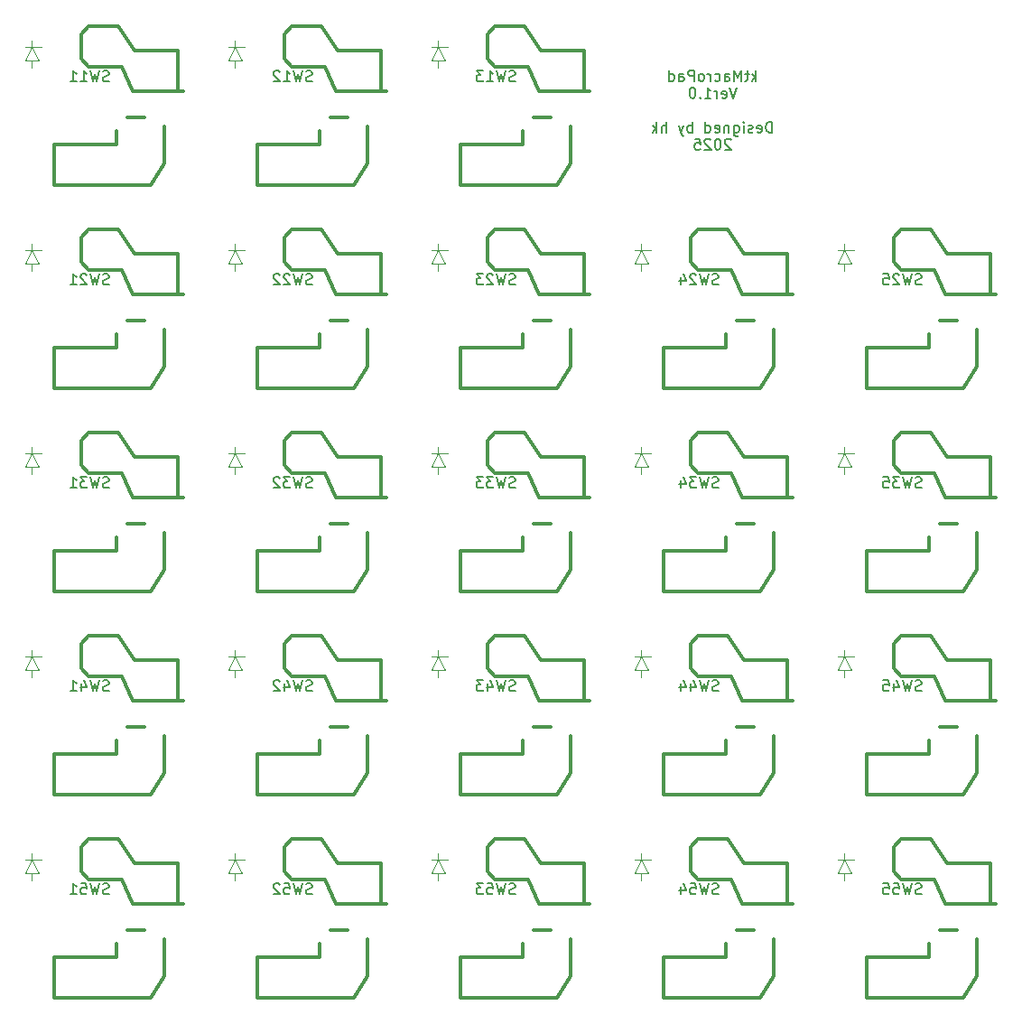
<source format=gbo>
%TF.GenerationSoftware,KiCad,Pcbnew,(6.0.11-0)*%
%TF.CreationDate,2025-02-06T17:03:14+09:00*%
%TF.ProjectId,ktMacroPad,6b744d61-6372-46f5-9061-642e6b696361,rev?*%
%TF.SameCoordinates,Original*%
%TF.FileFunction,Legend,Bot*%
%TF.FilePolarity,Positive*%
%FSLAX46Y46*%
G04 Gerber Fmt 4.6, Leading zero omitted, Abs format (unit mm)*
G04 Created by KiCad (PCBNEW (6.0.11-0)) date 2025-02-06 17:03:14*
%MOMM*%
%LPD*%
G01*
G04 APERTURE LIST*
%ADD10C,0.150000*%
%ADD11C,0.120000*%
%ADD12C,0.360000*%
G04 APERTURE END LIST*
D10*
X70746428Y-6757380D02*
X70746428Y-5757380D01*
X70651190Y-6376428D02*
X70365476Y-6757380D01*
X70365476Y-6090714D02*
X70746428Y-6471666D01*
X70079761Y-6090714D02*
X69698809Y-6090714D01*
X69936904Y-5757380D02*
X69936904Y-6614523D01*
X69889285Y-6709761D01*
X69794047Y-6757380D01*
X69698809Y-6757380D01*
X69365476Y-6757380D02*
X69365476Y-5757380D01*
X69032142Y-6471666D01*
X68698809Y-5757380D01*
X68698809Y-6757380D01*
X67794047Y-6757380D02*
X67794047Y-6233571D01*
X67841666Y-6138333D01*
X67936904Y-6090714D01*
X68127380Y-6090714D01*
X68222619Y-6138333D01*
X67794047Y-6709761D02*
X67889285Y-6757380D01*
X68127380Y-6757380D01*
X68222619Y-6709761D01*
X68270238Y-6614523D01*
X68270238Y-6519285D01*
X68222619Y-6424047D01*
X68127380Y-6376428D01*
X67889285Y-6376428D01*
X67794047Y-6328809D01*
X66889285Y-6709761D02*
X66984523Y-6757380D01*
X67175000Y-6757380D01*
X67270238Y-6709761D01*
X67317857Y-6662142D01*
X67365476Y-6566904D01*
X67365476Y-6281190D01*
X67317857Y-6185952D01*
X67270238Y-6138333D01*
X67175000Y-6090714D01*
X66984523Y-6090714D01*
X66889285Y-6138333D01*
X66460714Y-6757380D02*
X66460714Y-6090714D01*
X66460714Y-6281190D02*
X66413095Y-6185952D01*
X66365476Y-6138333D01*
X66270238Y-6090714D01*
X66175000Y-6090714D01*
X65698809Y-6757380D02*
X65794047Y-6709761D01*
X65841666Y-6662142D01*
X65889285Y-6566904D01*
X65889285Y-6281190D01*
X65841666Y-6185952D01*
X65794047Y-6138333D01*
X65698809Y-6090714D01*
X65555952Y-6090714D01*
X65460714Y-6138333D01*
X65413095Y-6185952D01*
X65365476Y-6281190D01*
X65365476Y-6566904D01*
X65413095Y-6662142D01*
X65460714Y-6709761D01*
X65555952Y-6757380D01*
X65698809Y-6757380D01*
X64936904Y-6757380D02*
X64936904Y-5757380D01*
X64555952Y-5757380D01*
X64460714Y-5805000D01*
X64413095Y-5852619D01*
X64365476Y-5947857D01*
X64365476Y-6090714D01*
X64413095Y-6185952D01*
X64460714Y-6233571D01*
X64555952Y-6281190D01*
X64936904Y-6281190D01*
X63508333Y-6757380D02*
X63508333Y-6233571D01*
X63555952Y-6138333D01*
X63651190Y-6090714D01*
X63841666Y-6090714D01*
X63936904Y-6138333D01*
X63508333Y-6709761D02*
X63603571Y-6757380D01*
X63841666Y-6757380D01*
X63936904Y-6709761D01*
X63984523Y-6614523D01*
X63984523Y-6519285D01*
X63936904Y-6424047D01*
X63841666Y-6376428D01*
X63603571Y-6376428D01*
X63508333Y-6328809D01*
X62603571Y-6757380D02*
X62603571Y-5757380D01*
X62603571Y-6709761D02*
X62698809Y-6757380D01*
X62889285Y-6757380D01*
X62984523Y-6709761D01*
X63032142Y-6662142D01*
X63079761Y-6566904D01*
X63079761Y-6281190D01*
X63032142Y-6185952D01*
X62984523Y-6138333D01*
X62889285Y-6090714D01*
X62698809Y-6090714D01*
X62603571Y-6138333D01*
X68936904Y-7367380D02*
X68603571Y-8367380D01*
X68270238Y-7367380D01*
X67555952Y-8319761D02*
X67651190Y-8367380D01*
X67841666Y-8367380D01*
X67936904Y-8319761D01*
X67984523Y-8224523D01*
X67984523Y-7843571D01*
X67936904Y-7748333D01*
X67841666Y-7700714D01*
X67651190Y-7700714D01*
X67555952Y-7748333D01*
X67508333Y-7843571D01*
X67508333Y-7938809D01*
X67984523Y-8034047D01*
X67079761Y-8367380D02*
X67079761Y-7700714D01*
X67079761Y-7891190D02*
X67032142Y-7795952D01*
X66984523Y-7748333D01*
X66889285Y-7700714D01*
X66794047Y-7700714D01*
X65936904Y-8367380D02*
X66508333Y-8367380D01*
X66222619Y-8367380D02*
X66222619Y-7367380D01*
X66317857Y-7510238D01*
X66413095Y-7605476D01*
X66508333Y-7653095D01*
X65508333Y-8272142D02*
X65460714Y-8319761D01*
X65508333Y-8367380D01*
X65555952Y-8319761D01*
X65508333Y-8272142D01*
X65508333Y-8367380D01*
X64841666Y-7367380D02*
X64746428Y-7367380D01*
X64651190Y-7415000D01*
X64603571Y-7462619D01*
X64555952Y-7557857D01*
X64508333Y-7748333D01*
X64508333Y-7986428D01*
X64555952Y-8176904D01*
X64603571Y-8272142D01*
X64651190Y-8319761D01*
X64746428Y-8367380D01*
X64841666Y-8367380D01*
X64936904Y-8319761D01*
X64984523Y-8272142D01*
X65032142Y-8176904D01*
X65079761Y-7986428D01*
X65079761Y-7748333D01*
X65032142Y-7557857D01*
X64984523Y-7462619D01*
X64936904Y-7415000D01*
X64841666Y-7367380D01*
X72246428Y-11587380D02*
X72246428Y-10587380D01*
X72008333Y-10587380D01*
X71865476Y-10635000D01*
X71770238Y-10730238D01*
X71722619Y-10825476D01*
X71675000Y-11015952D01*
X71675000Y-11158809D01*
X71722619Y-11349285D01*
X71770238Y-11444523D01*
X71865476Y-11539761D01*
X72008333Y-11587380D01*
X72246428Y-11587380D01*
X70865476Y-11539761D02*
X70960714Y-11587380D01*
X71151190Y-11587380D01*
X71246428Y-11539761D01*
X71294047Y-11444523D01*
X71294047Y-11063571D01*
X71246428Y-10968333D01*
X71151190Y-10920714D01*
X70960714Y-10920714D01*
X70865476Y-10968333D01*
X70817857Y-11063571D01*
X70817857Y-11158809D01*
X71294047Y-11254047D01*
X70436904Y-11539761D02*
X70341666Y-11587380D01*
X70151190Y-11587380D01*
X70055952Y-11539761D01*
X70008333Y-11444523D01*
X70008333Y-11396904D01*
X70055952Y-11301666D01*
X70151190Y-11254047D01*
X70294047Y-11254047D01*
X70389285Y-11206428D01*
X70436904Y-11111190D01*
X70436904Y-11063571D01*
X70389285Y-10968333D01*
X70294047Y-10920714D01*
X70151190Y-10920714D01*
X70055952Y-10968333D01*
X69579761Y-11587380D02*
X69579761Y-10920714D01*
X69579761Y-10587380D02*
X69627380Y-10635000D01*
X69579761Y-10682619D01*
X69532142Y-10635000D01*
X69579761Y-10587380D01*
X69579761Y-10682619D01*
X68675000Y-10920714D02*
X68675000Y-11730238D01*
X68722619Y-11825476D01*
X68770238Y-11873095D01*
X68865476Y-11920714D01*
X69008333Y-11920714D01*
X69103571Y-11873095D01*
X68675000Y-11539761D02*
X68770238Y-11587380D01*
X68960714Y-11587380D01*
X69055952Y-11539761D01*
X69103571Y-11492142D01*
X69151190Y-11396904D01*
X69151190Y-11111190D01*
X69103571Y-11015952D01*
X69055952Y-10968333D01*
X68960714Y-10920714D01*
X68770238Y-10920714D01*
X68675000Y-10968333D01*
X68198809Y-10920714D02*
X68198809Y-11587380D01*
X68198809Y-11015952D02*
X68151190Y-10968333D01*
X68055952Y-10920714D01*
X67913095Y-10920714D01*
X67817857Y-10968333D01*
X67770238Y-11063571D01*
X67770238Y-11587380D01*
X66913095Y-11539761D02*
X67008333Y-11587380D01*
X67198809Y-11587380D01*
X67294047Y-11539761D01*
X67341666Y-11444523D01*
X67341666Y-11063571D01*
X67294047Y-10968333D01*
X67198809Y-10920714D01*
X67008333Y-10920714D01*
X66913095Y-10968333D01*
X66865476Y-11063571D01*
X66865476Y-11158809D01*
X67341666Y-11254047D01*
X66008333Y-11587380D02*
X66008333Y-10587380D01*
X66008333Y-11539761D02*
X66103571Y-11587380D01*
X66294047Y-11587380D01*
X66389285Y-11539761D01*
X66436904Y-11492142D01*
X66484523Y-11396904D01*
X66484523Y-11111190D01*
X66436904Y-11015952D01*
X66389285Y-10968333D01*
X66294047Y-10920714D01*
X66103571Y-10920714D01*
X66008333Y-10968333D01*
X64770238Y-11587380D02*
X64770238Y-10587380D01*
X64770238Y-10968333D02*
X64675000Y-10920714D01*
X64484523Y-10920714D01*
X64389285Y-10968333D01*
X64341666Y-11015952D01*
X64294047Y-11111190D01*
X64294047Y-11396904D01*
X64341666Y-11492142D01*
X64389285Y-11539761D01*
X64484523Y-11587380D01*
X64675000Y-11587380D01*
X64770238Y-11539761D01*
X63960714Y-10920714D02*
X63722619Y-11587380D01*
X63484523Y-10920714D02*
X63722619Y-11587380D01*
X63817857Y-11825476D01*
X63865476Y-11873095D01*
X63960714Y-11920714D01*
X62341666Y-11587380D02*
X62341666Y-10587380D01*
X61913095Y-11587380D02*
X61913095Y-11063571D01*
X61960714Y-10968333D01*
X62055952Y-10920714D01*
X62198809Y-10920714D01*
X62294047Y-10968333D01*
X62341666Y-11015952D01*
X61436904Y-11587380D02*
X61436904Y-10587380D01*
X61341666Y-11206428D02*
X61055952Y-11587380D01*
X61055952Y-10920714D02*
X61436904Y-11301666D01*
X68389285Y-12292619D02*
X68341666Y-12245000D01*
X68246428Y-12197380D01*
X68008333Y-12197380D01*
X67913095Y-12245000D01*
X67865476Y-12292619D01*
X67817857Y-12387857D01*
X67817857Y-12483095D01*
X67865476Y-12625952D01*
X68436904Y-13197380D01*
X67817857Y-13197380D01*
X67198809Y-12197380D02*
X67103571Y-12197380D01*
X67008333Y-12245000D01*
X66960714Y-12292619D01*
X66913095Y-12387857D01*
X66865476Y-12578333D01*
X66865476Y-12816428D01*
X66913095Y-13006904D01*
X66960714Y-13102142D01*
X67008333Y-13149761D01*
X67103571Y-13197380D01*
X67198809Y-13197380D01*
X67294047Y-13149761D01*
X67341666Y-13102142D01*
X67389285Y-13006904D01*
X67436904Y-12816428D01*
X67436904Y-12578333D01*
X67389285Y-12387857D01*
X67341666Y-12292619D01*
X67294047Y-12245000D01*
X67198809Y-12197380D01*
X66484523Y-12292619D02*
X66436904Y-12245000D01*
X66341666Y-12197380D01*
X66103571Y-12197380D01*
X66008333Y-12245000D01*
X65960714Y-12292619D01*
X65913095Y-12387857D01*
X65913095Y-12483095D01*
X65960714Y-12625952D01*
X66532142Y-13197380D01*
X65913095Y-13197380D01*
X65008333Y-12197380D02*
X65484523Y-12197380D01*
X65532142Y-12673571D01*
X65484523Y-12625952D01*
X65389285Y-12578333D01*
X65151190Y-12578333D01*
X65055952Y-12625952D01*
X65008333Y-12673571D01*
X64960714Y-12768809D01*
X64960714Y-13006904D01*
X65008333Y-13102142D01*
X65055952Y-13149761D01*
X65151190Y-13197380D01*
X65389285Y-13197380D01*
X65484523Y-13149761D01*
X65532142Y-13102142D01*
%TO.C,SW25*%
X86264523Y-25804761D02*
X86121666Y-25852380D01*
X85883571Y-25852380D01*
X85788333Y-25804761D01*
X85740714Y-25757142D01*
X85693095Y-25661904D01*
X85693095Y-25566666D01*
X85740714Y-25471428D01*
X85788333Y-25423809D01*
X85883571Y-25376190D01*
X86074047Y-25328571D01*
X86169285Y-25280952D01*
X86216904Y-25233333D01*
X86264523Y-25138095D01*
X86264523Y-25042857D01*
X86216904Y-24947619D01*
X86169285Y-24900000D01*
X86074047Y-24852380D01*
X85835952Y-24852380D01*
X85693095Y-24900000D01*
X85359761Y-24852380D02*
X85121666Y-25852380D01*
X84931190Y-25138095D01*
X84740714Y-25852380D01*
X84502619Y-24852380D01*
X84169285Y-24947619D02*
X84121666Y-24900000D01*
X84026428Y-24852380D01*
X83788333Y-24852380D01*
X83693095Y-24900000D01*
X83645476Y-24947619D01*
X83597857Y-25042857D01*
X83597857Y-25138095D01*
X83645476Y-25280952D01*
X84216904Y-25852380D01*
X83597857Y-25852380D01*
X82693095Y-24852380D02*
X83169285Y-24852380D01*
X83216904Y-25328571D01*
X83169285Y-25280952D01*
X83074047Y-25233333D01*
X82835952Y-25233333D01*
X82740714Y-25280952D01*
X82693095Y-25328571D01*
X82645476Y-25423809D01*
X82645476Y-25661904D01*
X82693095Y-25757142D01*
X82740714Y-25804761D01*
X82835952Y-25852380D01*
X83074047Y-25852380D01*
X83169285Y-25804761D01*
X83216904Y-25757142D01*
%TO.C,SW23*%
X48164523Y-25804761D02*
X48021666Y-25852380D01*
X47783571Y-25852380D01*
X47688333Y-25804761D01*
X47640714Y-25757142D01*
X47593095Y-25661904D01*
X47593095Y-25566666D01*
X47640714Y-25471428D01*
X47688333Y-25423809D01*
X47783571Y-25376190D01*
X47974047Y-25328571D01*
X48069285Y-25280952D01*
X48116904Y-25233333D01*
X48164523Y-25138095D01*
X48164523Y-25042857D01*
X48116904Y-24947619D01*
X48069285Y-24900000D01*
X47974047Y-24852380D01*
X47735952Y-24852380D01*
X47593095Y-24900000D01*
X47259761Y-24852380D02*
X47021666Y-25852380D01*
X46831190Y-25138095D01*
X46640714Y-25852380D01*
X46402619Y-24852380D01*
X46069285Y-24947619D02*
X46021666Y-24900000D01*
X45926428Y-24852380D01*
X45688333Y-24852380D01*
X45593095Y-24900000D01*
X45545476Y-24947619D01*
X45497857Y-25042857D01*
X45497857Y-25138095D01*
X45545476Y-25280952D01*
X46116904Y-25852380D01*
X45497857Y-25852380D01*
X45164523Y-24852380D02*
X44545476Y-24852380D01*
X44878809Y-25233333D01*
X44735952Y-25233333D01*
X44640714Y-25280952D01*
X44593095Y-25328571D01*
X44545476Y-25423809D01*
X44545476Y-25661904D01*
X44593095Y-25757142D01*
X44640714Y-25804761D01*
X44735952Y-25852380D01*
X45021666Y-25852380D01*
X45116904Y-25804761D01*
X45164523Y-25757142D01*
%TO.C,SW31*%
X10064523Y-44854761D02*
X9921666Y-44902380D01*
X9683571Y-44902380D01*
X9588333Y-44854761D01*
X9540714Y-44807142D01*
X9493095Y-44711904D01*
X9493095Y-44616666D01*
X9540714Y-44521428D01*
X9588333Y-44473809D01*
X9683571Y-44426190D01*
X9874047Y-44378571D01*
X9969285Y-44330952D01*
X10016904Y-44283333D01*
X10064523Y-44188095D01*
X10064523Y-44092857D01*
X10016904Y-43997619D01*
X9969285Y-43950000D01*
X9874047Y-43902380D01*
X9635952Y-43902380D01*
X9493095Y-43950000D01*
X9159761Y-43902380D02*
X8921666Y-44902380D01*
X8731190Y-44188095D01*
X8540714Y-44902380D01*
X8302619Y-43902380D01*
X8016904Y-43902380D02*
X7397857Y-43902380D01*
X7731190Y-44283333D01*
X7588333Y-44283333D01*
X7493095Y-44330952D01*
X7445476Y-44378571D01*
X7397857Y-44473809D01*
X7397857Y-44711904D01*
X7445476Y-44807142D01*
X7493095Y-44854761D01*
X7588333Y-44902380D01*
X7874047Y-44902380D01*
X7969285Y-44854761D01*
X8016904Y-44807142D01*
X6445476Y-44902380D02*
X7016904Y-44902380D01*
X6731190Y-44902380D02*
X6731190Y-43902380D01*
X6826428Y-44045238D01*
X6921666Y-44140476D01*
X7016904Y-44188095D01*
%TO.C,SW41*%
X10064523Y-63904761D02*
X9921666Y-63952380D01*
X9683571Y-63952380D01*
X9588333Y-63904761D01*
X9540714Y-63857142D01*
X9493095Y-63761904D01*
X9493095Y-63666666D01*
X9540714Y-63571428D01*
X9588333Y-63523809D01*
X9683571Y-63476190D01*
X9874047Y-63428571D01*
X9969285Y-63380952D01*
X10016904Y-63333333D01*
X10064523Y-63238095D01*
X10064523Y-63142857D01*
X10016904Y-63047619D01*
X9969285Y-63000000D01*
X9874047Y-62952380D01*
X9635952Y-62952380D01*
X9493095Y-63000000D01*
X9159761Y-62952380D02*
X8921666Y-63952380D01*
X8731190Y-63238095D01*
X8540714Y-63952380D01*
X8302619Y-62952380D01*
X7493095Y-63285714D02*
X7493095Y-63952380D01*
X7731190Y-62904761D02*
X7969285Y-63619047D01*
X7350238Y-63619047D01*
X6445476Y-63952380D02*
X7016904Y-63952380D01*
X6731190Y-63952380D02*
X6731190Y-62952380D01*
X6826428Y-63095238D01*
X6921666Y-63190476D01*
X7016904Y-63238095D01*
%TO.C,SW51*%
X10064523Y-82954761D02*
X9921666Y-83002380D01*
X9683571Y-83002380D01*
X9588333Y-82954761D01*
X9540714Y-82907142D01*
X9493095Y-82811904D01*
X9493095Y-82716666D01*
X9540714Y-82621428D01*
X9588333Y-82573809D01*
X9683571Y-82526190D01*
X9874047Y-82478571D01*
X9969285Y-82430952D01*
X10016904Y-82383333D01*
X10064523Y-82288095D01*
X10064523Y-82192857D01*
X10016904Y-82097619D01*
X9969285Y-82050000D01*
X9874047Y-82002380D01*
X9635952Y-82002380D01*
X9493095Y-82050000D01*
X9159761Y-82002380D02*
X8921666Y-83002380D01*
X8731190Y-82288095D01*
X8540714Y-83002380D01*
X8302619Y-82002380D01*
X7445476Y-82002380D02*
X7921666Y-82002380D01*
X7969285Y-82478571D01*
X7921666Y-82430952D01*
X7826428Y-82383333D01*
X7588333Y-82383333D01*
X7493095Y-82430952D01*
X7445476Y-82478571D01*
X7397857Y-82573809D01*
X7397857Y-82811904D01*
X7445476Y-82907142D01*
X7493095Y-82954761D01*
X7588333Y-83002380D01*
X7826428Y-83002380D01*
X7921666Y-82954761D01*
X7969285Y-82907142D01*
X6445476Y-83002380D02*
X7016904Y-83002380D01*
X6731190Y-83002380D02*
X6731190Y-82002380D01*
X6826428Y-82145238D01*
X6921666Y-82240476D01*
X7016904Y-82288095D01*
%TO.C,SW11*%
X10064523Y-6754761D02*
X9921666Y-6802380D01*
X9683571Y-6802380D01*
X9588333Y-6754761D01*
X9540714Y-6707142D01*
X9493095Y-6611904D01*
X9493095Y-6516666D01*
X9540714Y-6421428D01*
X9588333Y-6373809D01*
X9683571Y-6326190D01*
X9874047Y-6278571D01*
X9969285Y-6230952D01*
X10016904Y-6183333D01*
X10064523Y-6088095D01*
X10064523Y-5992857D01*
X10016904Y-5897619D01*
X9969285Y-5850000D01*
X9874047Y-5802380D01*
X9635952Y-5802380D01*
X9493095Y-5850000D01*
X9159761Y-5802380D02*
X8921666Y-6802380D01*
X8731190Y-6088095D01*
X8540714Y-6802380D01*
X8302619Y-5802380D01*
X7397857Y-6802380D02*
X7969285Y-6802380D01*
X7683571Y-6802380D02*
X7683571Y-5802380D01*
X7778809Y-5945238D01*
X7874047Y-6040476D01*
X7969285Y-6088095D01*
X6445476Y-6802380D02*
X7016904Y-6802380D01*
X6731190Y-6802380D02*
X6731190Y-5802380D01*
X6826428Y-5945238D01*
X6921666Y-6040476D01*
X7016904Y-6088095D01*
%TO.C,SW54*%
X67214523Y-82954761D02*
X67071666Y-83002380D01*
X66833571Y-83002380D01*
X66738333Y-82954761D01*
X66690714Y-82907142D01*
X66643095Y-82811904D01*
X66643095Y-82716666D01*
X66690714Y-82621428D01*
X66738333Y-82573809D01*
X66833571Y-82526190D01*
X67024047Y-82478571D01*
X67119285Y-82430952D01*
X67166904Y-82383333D01*
X67214523Y-82288095D01*
X67214523Y-82192857D01*
X67166904Y-82097619D01*
X67119285Y-82050000D01*
X67024047Y-82002380D01*
X66785952Y-82002380D01*
X66643095Y-82050000D01*
X66309761Y-82002380D02*
X66071666Y-83002380D01*
X65881190Y-82288095D01*
X65690714Y-83002380D01*
X65452619Y-82002380D01*
X64595476Y-82002380D02*
X65071666Y-82002380D01*
X65119285Y-82478571D01*
X65071666Y-82430952D01*
X64976428Y-82383333D01*
X64738333Y-82383333D01*
X64643095Y-82430952D01*
X64595476Y-82478571D01*
X64547857Y-82573809D01*
X64547857Y-82811904D01*
X64595476Y-82907142D01*
X64643095Y-82954761D01*
X64738333Y-83002380D01*
X64976428Y-83002380D01*
X65071666Y-82954761D01*
X65119285Y-82907142D01*
X63690714Y-82335714D02*
X63690714Y-83002380D01*
X63928809Y-81954761D02*
X64166904Y-82669047D01*
X63547857Y-82669047D01*
%TO.C,SW53*%
X48164523Y-82954761D02*
X48021666Y-83002380D01*
X47783571Y-83002380D01*
X47688333Y-82954761D01*
X47640714Y-82907142D01*
X47593095Y-82811904D01*
X47593095Y-82716666D01*
X47640714Y-82621428D01*
X47688333Y-82573809D01*
X47783571Y-82526190D01*
X47974047Y-82478571D01*
X48069285Y-82430952D01*
X48116904Y-82383333D01*
X48164523Y-82288095D01*
X48164523Y-82192857D01*
X48116904Y-82097619D01*
X48069285Y-82050000D01*
X47974047Y-82002380D01*
X47735952Y-82002380D01*
X47593095Y-82050000D01*
X47259761Y-82002380D02*
X47021666Y-83002380D01*
X46831190Y-82288095D01*
X46640714Y-83002380D01*
X46402619Y-82002380D01*
X45545476Y-82002380D02*
X46021666Y-82002380D01*
X46069285Y-82478571D01*
X46021666Y-82430952D01*
X45926428Y-82383333D01*
X45688333Y-82383333D01*
X45593095Y-82430952D01*
X45545476Y-82478571D01*
X45497857Y-82573809D01*
X45497857Y-82811904D01*
X45545476Y-82907142D01*
X45593095Y-82954761D01*
X45688333Y-83002380D01*
X45926428Y-83002380D01*
X46021666Y-82954761D01*
X46069285Y-82907142D01*
X45164523Y-82002380D02*
X44545476Y-82002380D01*
X44878809Y-82383333D01*
X44735952Y-82383333D01*
X44640714Y-82430952D01*
X44593095Y-82478571D01*
X44545476Y-82573809D01*
X44545476Y-82811904D01*
X44593095Y-82907142D01*
X44640714Y-82954761D01*
X44735952Y-83002380D01*
X45021666Y-83002380D01*
X45116904Y-82954761D01*
X45164523Y-82907142D01*
%TO.C,SW35*%
X86264523Y-44854761D02*
X86121666Y-44902380D01*
X85883571Y-44902380D01*
X85788333Y-44854761D01*
X85740714Y-44807142D01*
X85693095Y-44711904D01*
X85693095Y-44616666D01*
X85740714Y-44521428D01*
X85788333Y-44473809D01*
X85883571Y-44426190D01*
X86074047Y-44378571D01*
X86169285Y-44330952D01*
X86216904Y-44283333D01*
X86264523Y-44188095D01*
X86264523Y-44092857D01*
X86216904Y-43997619D01*
X86169285Y-43950000D01*
X86074047Y-43902380D01*
X85835952Y-43902380D01*
X85693095Y-43950000D01*
X85359761Y-43902380D02*
X85121666Y-44902380D01*
X84931190Y-44188095D01*
X84740714Y-44902380D01*
X84502619Y-43902380D01*
X84216904Y-43902380D02*
X83597857Y-43902380D01*
X83931190Y-44283333D01*
X83788333Y-44283333D01*
X83693095Y-44330952D01*
X83645476Y-44378571D01*
X83597857Y-44473809D01*
X83597857Y-44711904D01*
X83645476Y-44807142D01*
X83693095Y-44854761D01*
X83788333Y-44902380D01*
X84074047Y-44902380D01*
X84169285Y-44854761D01*
X84216904Y-44807142D01*
X82693095Y-43902380D02*
X83169285Y-43902380D01*
X83216904Y-44378571D01*
X83169285Y-44330952D01*
X83074047Y-44283333D01*
X82835952Y-44283333D01*
X82740714Y-44330952D01*
X82693095Y-44378571D01*
X82645476Y-44473809D01*
X82645476Y-44711904D01*
X82693095Y-44807142D01*
X82740714Y-44854761D01*
X82835952Y-44902380D01*
X83074047Y-44902380D01*
X83169285Y-44854761D01*
X83216904Y-44807142D01*
%TO.C,SW12*%
X29114523Y-6754761D02*
X28971666Y-6802380D01*
X28733571Y-6802380D01*
X28638333Y-6754761D01*
X28590714Y-6707142D01*
X28543095Y-6611904D01*
X28543095Y-6516666D01*
X28590714Y-6421428D01*
X28638333Y-6373809D01*
X28733571Y-6326190D01*
X28924047Y-6278571D01*
X29019285Y-6230952D01*
X29066904Y-6183333D01*
X29114523Y-6088095D01*
X29114523Y-5992857D01*
X29066904Y-5897619D01*
X29019285Y-5850000D01*
X28924047Y-5802380D01*
X28685952Y-5802380D01*
X28543095Y-5850000D01*
X28209761Y-5802380D02*
X27971666Y-6802380D01*
X27781190Y-6088095D01*
X27590714Y-6802380D01*
X27352619Y-5802380D01*
X26447857Y-6802380D02*
X27019285Y-6802380D01*
X26733571Y-6802380D02*
X26733571Y-5802380D01*
X26828809Y-5945238D01*
X26924047Y-6040476D01*
X27019285Y-6088095D01*
X26066904Y-5897619D02*
X26019285Y-5850000D01*
X25924047Y-5802380D01*
X25685952Y-5802380D01*
X25590714Y-5850000D01*
X25543095Y-5897619D01*
X25495476Y-5992857D01*
X25495476Y-6088095D01*
X25543095Y-6230952D01*
X26114523Y-6802380D01*
X25495476Y-6802380D01*
%TO.C,SW21*%
X10064523Y-25804761D02*
X9921666Y-25852380D01*
X9683571Y-25852380D01*
X9588333Y-25804761D01*
X9540714Y-25757142D01*
X9493095Y-25661904D01*
X9493095Y-25566666D01*
X9540714Y-25471428D01*
X9588333Y-25423809D01*
X9683571Y-25376190D01*
X9874047Y-25328571D01*
X9969285Y-25280952D01*
X10016904Y-25233333D01*
X10064523Y-25138095D01*
X10064523Y-25042857D01*
X10016904Y-24947619D01*
X9969285Y-24900000D01*
X9874047Y-24852380D01*
X9635952Y-24852380D01*
X9493095Y-24900000D01*
X9159761Y-24852380D02*
X8921666Y-25852380D01*
X8731190Y-25138095D01*
X8540714Y-25852380D01*
X8302619Y-24852380D01*
X7969285Y-24947619D02*
X7921666Y-24900000D01*
X7826428Y-24852380D01*
X7588333Y-24852380D01*
X7493095Y-24900000D01*
X7445476Y-24947619D01*
X7397857Y-25042857D01*
X7397857Y-25138095D01*
X7445476Y-25280952D01*
X8016904Y-25852380D01*
X7397857Y-25852380D01*
X6445476Y-25852380D02*
X7016904Y-25852380D01*
X6731190Y-25852380D02*
X6731190Y-24852380D01*
X6826428Y-24995238D01*
X6921666Y-25090476D01*
X7016904Y-25138095D01*
%TO.C,SW42*%
X29114523Y-63904761D02*
X28971666Y-63952380D01*
X28733571Y-63952380D01*
X28638333Y-63904761D01*
X28590714Y-63857142D01*
X28543095Y-63761904D01*
X28543095Y-63666666D01*
X28590714Y-63571428D01*
X28638333Y-63523809D01*
X28733571Y-63476190D01*
X28924047Y-63428571D01*
X29019285Y-63380952D01*
X29066904Y-63333333D01*
X29114523Y-63238095D01*
X29114523Y-63142857D01*
X29066904Y-63047619D01*
X29019285Y-63000000D01*
X28924047Y-62952380D01*
X28685952Y-62952380D01*
X28543095Y-63000000D01*
X28209761Y-62952380D02*
X27971666Y-63952380D01*
X27781190Y-63238095D01*
X27590714Y-63952380D01*
X27352619Y-62952380D01*
X26543095Y-63285714D02*
X26543095Y-63952380D01*
X26781190Y-62904761D02*
X27019285Y-63619047D01*
X26400238Y-63619047D01*
X26066904Y-63047619D02*
X26019285Y-63000000D01*
X25924047Y-62952380D01*
X25685952Y-62952380D01*
X25590714Y-63000000D01*
X25543095Y-63047619D01*
X25495476Y-63142857D01*
X25495476Y-63238095D01*
X25543095Y-63380952D01*
X26114523Y-63952380D01*
X25495476Y-63952380D01*
%TO.C,SW32*%
X29114523Y-44854761D02*
X28971666Y-44902380D01*
X28733571Y-44902380D01*
X28638333Y-44854761D01*
X28590714Y-44807142D01*
X28543095Y-44711904D01*
X28543095Y-44616666D01*
X28590714Y-44521428D01*
X28638333Y-44473809D01*
X28733571Y-44426190D01*
X28924047Y-44378571D01*
X29019285Y-44330952D01*
X29066904Y-44283333D01*
X29114523Y-44188095D01*
X29114523Y-44092857D01*
X29066904Y-43997619D01*
X29019285Y-43950000D01*
X28924047Y-43902380D01*
X28685952Y-43902380D01*
X28543095Y-43950000D01*
X28209761Y-43902380D02*
X27971666Y-44902380D01*
X27781190Y-44188095D01*
X27590714Y-44902380D01*
X27352619Y-43902380D01*
X27066904Y-43902380D02*
X26447857Y-43902380D01*
X26781190Y-44283333D01*
X26638333Y-44283333D01*
X26543095Y-44330952D01*
X26495476Y-44378571D01*
X26447857Y-44473809D01*
X26447857Y-44711904D01*
X26495476Y-44807142D01*
X26543095Y-44854761D01*
X26638333Y-44902380D01*
X26924047Y-44902380D01*
X27019285Y-44854761D01*
X27066904Y-44807142D01*
X26066904Y-43997619D02*
X26019285Y-43950000D01*
X25924047Y-43902380D01*
X25685952Y-43902380D01*
X25590714Y-43950000D01*
X25543095Y-43997619D01*
X25495476Y-44092857D01*
X25495476Y-44188095D01*
X25543095Y-44330952D01*
X26114523Y-44902380D01*
X25495476Y-44902380D01*
%TO.C,SW13*%
X48164523Y-6754761D02*
X48021666Y-6802380D01*
X47783571Y-6802380D01*
X47688333Y-6754761D01*
X47640714Y-6707142D01*
X47593095Y-6611904D01*
X47593095Y-6516666D01*
X47640714Y-6421428D01*
X47688333Y-6373809D01*
X47783571Y-6326190D01*
X47974047Y-6278571D01*
X48069285Y-6230952D01*
X48116904Y-6183333D01*
X48164523Y-6088095D01*
X48164523Y-5992857D01*
X48116904Y-5897619D01*
X48069285Y-5850000D01*
X47974047Y-5802380D01*
X47735952Y-5802380D01*
X47593095Y-5850000D01*
X47259761Y-5802380D02*
X47021666Y-6802380D01*
X46831190Y-6088095D01*
X46640714Y-6802380D01*
X46402619Y-5802380D01*
X45497857Y-6802380D02*
X46069285Y-6802380D01*
X45783571Y-6802380D02*
X45783571Y-5802380D01*
X45878809Y-5945238D01*
X45974047Y-6040476D01*
X46069285Y-6088095D01*
X45164523Y-5802380D02*
X44545476Y-5802380D01*
X44878809Y-6183333D01*
X44735952Y-6183333D01*
X44640714Y-6230952D01*
X44593095Y-6278571D01*
X44545476Y-6373809D01*
X44545476Y-6611904D01*
X44593095Y-6707142D01*
X44640714Y-6754761D01*
X44735952Y-6802380D01*
X45021666Y-6802380D01*
X45116904Y-6754761D01*
X45164523Y-6707142D01*
%TO.C,SW33*%
X48164523Y-44854761D02*
X48021666Y-44902380D01*
X47783571Y-44902380D01*
X47688333Y-44854761D01*
X47640714Y-44807142D01*
X47593095Y-44711904D01*
X47593095Y-44616666D01*
X47640714Y-44521428D01*
X47688333Y-44473809D01*
X47783571Y-44426190D01*
X47974047Y-44378571D01*
X48069285Y-44330952D01*
X48116904Y-44283333D01*
X48164523Y-44188095D01*
X48164523Y-44092857D01*
X48116904Y-43997619D01*
X48069285Y-43950000D01*
X47974047Y-43902380D01*
X47735952Y-43902380D01*
X47593095Y-43950000D01*
X47259761Y-43902380D02*
X47021666Y-44902380D01*
X46831190Y-44188095D01*
X46640714Y-44902380D01*
X46402619Y-43902380D01*
X46116904Y-43902380D02*
X45497857Y-43902380D01*
X45831190Y-44283333D01*
X45688333Y-44283333D01*
X45593095Y-44330952D01*
X45545476Y-44378571D01*
X45497857Y-44473809D01*
X45497857Y-44711904D01*
X45545476Y-44807142D01*
X45593095Y-44854761D01*
X45688333Y-44902380D01*
X45974047Y-44902380D01*
X46069285Y-44854761D01*
X46116904Y-44807142D01*
X45164523Y-43902380D02*
X44545476Y-43902380D01*
X44878809Y-44283333D01*
X44735952Y-44283333D01*
X44640714Y-44330952D01*
X44593095Y-44378571D01*
X44545476Y-44473809D01*
X44545476Y-44711904D01*
X44593095Y-44807142D01*
X44640714Y-44854761D01*
X44735952Y-44902380D01*
X45021666Y-44902380D01*
X45116904Y-44854761D01*
X45164523Y-44807142D01*
%TO.C,SW24*%
X67214523Y-25804761D02*
X67071666Y-25852380D01*
X66833571Y-25852380D01*
X66738333Y-25804761D01*
X66690714Y-25757142D01*
X66643095Y-25661904D01*
X66643095Y-25566666D01*
X66690714Y-25471428D01*
X66738333Y-25423809D01*
X66833571Y-25376190D01*
X67024047Y-25328571D01*
X67119285Y-25280952D01*
X67166904Y-25233333D01*
X67214523Y-25138095D01*
X67214523Y-25042857D01*
X67166904Y-24947619D01*
X67119285Y-24900000D01*
X67024047Y-24852380D01*
X66785952Y-24852380D01*
X66643095Y-24900000D01*
X66309761Y-24852380D02*
X66071666Y-25852380D01*
X65881190Y-25138095D01*
X65690714Y-25852380D01*
X65452619Y-24852380D01*
X65119285Y-24947619D02*
X65071666Y-24900000D01*
X64976428Y-24852380D01*
X64738333Y-24852380D01*
X64643095Y-24900000D01*
X64595476Y-24947619D01*
X64547857Y-25042857D01*
X64547857Y-25138095D01*
X64595476Y-25280952D01*
X65166904Y-25852380D01*
X64547857Y-25852380D01*
X63690714Y-25185714D02*
X63690714Y-25852380D01*
X63928809Y-24804761D02*
X64166904Y-25519047D01*
X63547857Y-25519047D01*
%TO.C,SW55*%
X86264523Y-82954761D02*
X86121666Y-83002380D01*
X85883571Y-83002380D01*
X85788333Y-82954761D01*
X85740714Y-82907142D01*
X85693095Y-82811904D01*
X85693095Y-82716666D01*
X85740714Y-82621428D01*
X85788333Y-82573809D01*
X85883571Y-82526190D01*
X86074047Y-82478571D01*
X86169285Y-82430952D01*
X86216904Y-82383333D01*
X86264523Y-82288095D01*
X86264523Y-82192857D01*
X86216904Y-82097619D01*
X86169285Y-82050000D01*
X86074047Y-82002380D01*
X85835952Y-82002380D01*
X85693095Y-82050000D01*
X85359761Y-82002380D02*
X85121666Y-83002380D01*
X84931190Y-82288095D01*
X84740714Y-83002380D01*
X84502619Y-82002380D01*
X83645476Y-82002380D02*
X84121666Y-82002380D01*
X84169285Y-82478571D01*
X84121666Y-82430952D01*
X84026428Y-82383333D01*
X83788333Y-82383333D01*
X83693095Y-82430952D01*
X83645476Y-82478571D01*
X83597857Y-82573809D01*
X83597857Y-82811904D01*
X83645476Y-82907142D01*
X83693095Y-82954761D01*
X83788333Y-83002380D01*
X84026428Y-83002380D01*
X84121666Y-82954761D01*
X84169285Y-82907142D01*
X82693095Y-82002380D02*
X83169285Y-82002380D01*
X83216904Y-82478571D01*
X83169285Y-82430952D01*
X83074047Y-82383333D01*
X82835952Y-82383333D01*
X82740714Y-82430952D01*
X82693095Y-82478571D01*
X82645476Y-82573809D01*
X82645476Y-82811904D01*
X82693095Y-82907142D01*
X82740714Y-82954761D01*
X82835952Y-83002380D01*
X83074047Y-83002380D01*
X83169285Y-82954761D01*
X83216904Y-82907142D01*
%TO.C,SW22*%
X29114523Y-25804761D02*
X28971666Y-25852380D01*
X28733571Y-25852380D01*
X28638333Y-25804761D01*
X28590714Y-25757142D01*
X28543095Y-25661904D01*
X28543095Y-25566666D01*
X28590714Y-25471428D01*
X28638333Y-25423809D01*
X28733571Y-25376190D01*
X28924047Y-25328571D01*
X29019285Y-25280952D01*
X29066904Y-25233333D01*
X29114523Y-25138095D01*
X29114523Y-25042857D01*
X29066904Y-24947619D01*
X29019285Y-24900000D01*
X28924047Y-24852380D01*
X28685952Y-24852380D01*
X28543095Y-24900000D01*
X28209761Y-24852380D02*
X27971666Y-25852380D01*
X27781190Y-25138095D01*
X27590714Y-25852380D01*
X27352619Y-24852380D01*
X27019285Y-24947619D02*
X26971666Y-24900000D01*
X26876428Y-24852380D01*
X26638333Y-24852380D01*
X26543095Y-24900000D01*
X26495476Y-24947619D01*
X26447857Y-25042857D01*
X26447857Y-25138095D01*
X26495476Y-25280952D01*
X27066904Y-25852380D01*
X26447857Y-25852380D01*
X26066904Y-24947619D02*
X26019285Y-24900000D01*
X25924047Y-24852380D01*
X25685952Y-24852380D01*
X25590714Y-24900000D01*
X25543095Y-24947619D01*
X25495476Y-25042857D01*
X25495476Y-25138095D01*
X25543095Y-25280952D01*
X26114523Y-25852380D01*
X25495476Y-25852380D01*
%TO.C,SW44*%
X67214523Y-63904761D02*
X67071666Y-63952380D01*
X66833571Y-63952380D01*
X66738333Y-63904761D01*
X66690714Y-63857142D01*
X66643095Y-63761904D01*
X66643095Y-63666666D01*
X66690714Y-63571428D01*
X66738333Y-63523809D01*
X66833571Y-63476190D01*
X67024047Y-63428571D01*
X67119285Y-63380952D01*
X67166904Y-63333333D01*
X67214523Y-63238095D01*
X67214523Y-63142857D01*
X67166904Y-63047619D01*
X67119285Y-63000000D01*
X67024047Y-62952380D01*
X66785952Y-62952380D01*
X66643095Y-63000000D01*
X66309761Y-62952380D02*
X66071666Y-63952380D01*
X65881190Y-63238095D01*
X65690714Y-63952380D01*
X65452619Y-62952380D01*
X64643095Y-63285714D02*
X64643095Y-63952380D01*
X64881190Y-62904761D02*
X65119285Y-63619047D01*
X64500238Y-63619047D01*
X63690714Y-63285714D02*
X63690714Y-63952380D01*
X63928809Y-62904761D02*
X64166904Y-63619047D01*
X63547857Y-63619047D01*
%TO.C,SW43*%
X48164523Y-63904761D02*
X48021666Y-63952380D01*
X47783571Y-63952380D01*
X47688333Y-63904761D01*
X47640714Y-63857142D01*
X47593095Y-63761904D01*
X47593095Y-63666666D01*
X47640714Y-63571428D01*
X47688333Y-63523809D01*
X47783571Y-63476190D01*
X47974047Y-63428571D01*
X48069285Y-63380952D01*
X48116904Y-63333333D01*
X48164523Y-63238095D01*
X48164523Y-63142857D01*
X48116904Y-63047619D01*
X48069285Y-63000000D01*
X47974047Y-62952380D01*
X47735952Y-62952380D01*
X47593095Y-63000000D01*
X47259761Y-62952380D02*
X47021666Y-63952380D01*
X46831190Y-63238095D01*
X46640714Y-63952380D01*
X46402619Y-62952380D01*
X45593095Y-63285714D02*
X45593095Y-63952380D01*
X45831190Y-62904761D02*
X46069285Y-63619047D01*
X45450238Y-63619047D01*
X45164523Y-62952380D02*
X44545476Y-62952380D01*
X44878809Y-63333333D01*
X44735952Y-63333333D01*
X44640714Y-63380952D01*
X44593095Y-63428571D01*
X44545476Y-63523809D01*
X44545476Y-63761904D01*
X44593095Y-63857142D01*
X44640714Y-63904761D01*
X44735952Y-63952380D01*
X45021666Y-63952380D01*
X45116904Y-63904761D01*
X45164523Y-63857142D01*
%TO.C,SW52*%
X29114523Y-82954761D02*
X28971666Y-83002380D01*
X28733571Y-83002380D01*
X28638333Y-82954761D01*
X28590714Y-82907142D01*
X28543095Y-82811904D01*
X28543095Y-82716666D01*
X28590714Y-82621428D01*
X28638333Y-82573809D01*
X28733571Y-82526190D01*
X28924047Y-82478571D01*
X29019285Y-82430952D01*
X29066904Y-82383333D01*
X29114523Y-82288095D01*
X29114523Y-82192857D01*
X29066904Y-82097619D01*
X29019285Y-82050000D01*
X28924047Y-82002380D01*
X28685952Y-82002380D01*
X28543095Y-82050000D01*
X28209761Y-82002380D02*
X27971666Y-83002380D01*
X27781190Y-82288095D01*
X27590714Y-83002380D01*
X27352619Y-82002380D01*
X26495476Y-82002380D02*
X26971666Y-82002380D01*
X27019285Y-82478571D01*
X26971666Y-82430952D01*
X26876428Y-82383333D01*
X26638333Y-82383333D01*
X26543095Y-82430952D01*
X26495476Y-82478571D01*
X26447857Y-82573809D01*
X26447857Y-82811904D01*
X26495476Y-82907142D01*
X26543095Y-82954761D01*
X26638333Y-83002380D01*
X26876428Y-83002380D01*
X26971666Y-82954761D01*
X27019285Y-82907142D01*
X26066904Y-82097619D02*
X26019285Y-82050000D01*
X25924047Y-82002380D01*
X25685952Y-82002380D01*
X25590714Y-82050000D01*
X25543095Y-82097619D01*
X25495476Y-82192857D01*
X25495476Y-82288095D01*
X25543095Y-82430952D01*
X26114523Y-83002380D01*
X25495476Y-83002380D01*
%TO.C,SW34*%
X67214523Y-44854761D02*
X67071666Y-44902380D01*
X66833571Y-44902380D01*
X66738333Y-44854761D01*
X66690714Y-44807142D01*
X66643095Y-44711904D01*
X66643095Y-44616666D01*
X66690714Y-44521428D01*
X66738333Y-44473809D01*
X66833571Y-44426190D01*
X67024047Y-44378571D01*
X67119285Y-44330952D01*
X67166904Y-44283333D01*
X67214523Y-44188095D01*
X67214523Y-44092857D01*
X67166904Y-43997619D01*
X67119285Y-43950000D01*
X67024047Y-43902380D01*
X66785952Y-43902380D01*
X66643095Y-43950000D01*
X66309761Y-43902380D02*
X66071666Y-44902380D01*
X65881190Y-44188095D01*
X65690714Y-44902380D01*
X65452619Y-43902380D01*
X65166904Y-43902380D02*
X64547857Y-43902380D01*
X64881190Y-44283333D01*
X64738333Y-44283333D01*
X64643095Y-44330952D01*
X64595476Y-44378571D01*
X64547857Y-44473809D01*
X64547857Y-44711904D01*
X64595476Y-44807142D01*
X64643095Y-44854761D01*
X64738333Y-44902380D01*
X65024047Y-44902380D01*
X65119285Y-44854761D01*
X65166904Y-44807142D01*
X63690714Y-44235714D02*
X63690714Y-44902380D01*
X63928809Y-43854761D02*
X64166904Y-44569047D01*
X63547857Y-44569047D01*
%TO.C,SW45*%
X86264523Y-63904761D02*
X86121666Y-63952380D01*
X85883571Y-63952380D01*
X85788333Y-63904761D01*
X85740714Y-63857142D01*
X85693095Y-63761904D01*
X85693095Y-63666666D01*
X85740714Y-63571428D01*
X85788333Y-63523809D01*
X85883571Y-63476190D01*
X86074047Y-63428571D01*
X86169285Y-63380952D01*
X86216904Y-63333333D01*
X86264523Y-63238095D01*
X86264523Y-63142857D01*
X86216904Y-63047619D01*
X86169285Y-63000000D01*
X86074047Y-62952380D01*
X85835952Y-62952380D01*
X85693095Y-63000000D01*
X85359761Y-62952380D02*
X85121666Y-63952380D01*
X84931190Y-63238095D01*
X84740714Y-63952380D01*
X84502619Y-62952380D01*
X83693095Y-63285714D02*
X83693095Y-63952380D01*
X83931190Y-62904761D02*
X84169285Y-63619047D01*
X83550238Y-63619047D01*
X82693095Y-62952380D02*
X83169285Y-62952380D01*
X83216904Y-63428571D01*
X83169285Y-63380952D01*
X83074047Y-63333333D01*
X82835952Y-63333333D01*
X82740714Y-63380952D01*
X82693095Y-63428571D01*
X82645476Y-63523809D01*
X82645476Y-63761904D01*
X82693095Y-63857142D01*
X82740714Y-63904761D01*
X82835952Y-63952380D01*
X83074047Y-63952380D01*
X83169285Y-63904761D01*
X83216904Y-63857142D01*
D11*
%TO.C,D45*%
X79960000Y-60750800D02*
X78390000Y-60750800D01*
X79660000Y-62020800D02*
X79025000Y-60750800D01*
X79025000Y-62655800D02*
X79025000Y-62020800D01*
X79025000Y-60750800D02*
X78390000Y-62020800D01*
X79025000Y-60115800D02*
X79025000Y-60750800D01*
X78390000Y-62020800D02*
X79660000Y-62020800D01*
D12*
%TO.C,SW25*%
X86970000Y-31735000D02*
X86970000Y-30460000D01*
X90170000Y-35560000D02*
X81125000Y-35560000D01*
X91440000Y-33560000D02*
X90170000Y-35560000D01*
X87657000Y-21463000D02*
X87123500Y-20701000D01*
X91440000Y-30075000D02*
X91440000Y-33560000D01*
X83693000Y-23749000D02*
X83693000Y-21463000D01*
X88519000Y-26797000D02*
X87503000Y-24511000D01*
X84326500Y-24511000D02*
X87503000Y-24511000D01*
X84326500Y-24511000D02*
X83693000Y-23749000D01*
X92710000Y-22987000D02*
X88673000Y-22987000D01*
X92710000Y-26797000D02*
X92710000Y-22987000D01*
X81125000Y-31735000D02*
X86970000Y-31735000D01*
X83693000Y-21463000D02*
X84329500Y-20701000D01*
X89625000Y-29195000D02*
X87970000Y-29195000D01*
X81125000Y-35560000D02*
X81125000Y-31750000D01*
X84326500Y-20701000D02*
X87123500Y-20701000D01*
X93218000Y-26797000D02*
X88519000Y-26797000D01*
X88673000Y-22987000D02*
X87657000Y-21463000D01*
D11*
%TO.C,D22*%
X22810000Y-22650800D02*
X21240000Y-22650800D01*
X22510000Y-23920800D02*
X21875000Y-22650800D01*
X21875000Y-24555800D02*
X21875000Y-23920800D01*
X21875000Y-22650800D02*
X21240000Y-23920800D01*
X21875000Y-22015800D02*
X21875000Y-22650800D01*
X21240000Y-23920800D02*
X22510000Y-23920800D01*
%TO.C,D43*%
X41860000Y-60750800D02*
X40290000Y-60750800D01*
X41560000Y-62020800D02*
X40925000Y-60750800D01*
X40925000Y-62655800D02*
X40925000Y-62020800D01*
X40925000Y-60750800D02*
X40290000Y-62020800D01*
X40925000Y-60115800D02*
X40925000Y-60750800D01*
X40290000Y-62020800D02*
X41560000Y-62020800D01*
%TO.C,D52*%
X22810000Y-79800800D02*
X21240000Y-79800800D01*
X22510000Y-81070800D02*
X21875000Y-79800800D01*
X21875000Y-81705800D02*
X21875000Y-81070800D01*
X21875000Y-79800800D02*
X21240000Y-81070800D01*
X21875000Y-79165800D02*
X21875000Y-79800800D01*
X21240000Y-81070800D02*
X22510000Y-81070800D01*
D12*
%TO.C,SW23*%
X48870000Y-31735000D02*
X48870000Y-30460000D01*
X52070000Y-35560000D02*
X43025000Y-35560000D01*
X53340000Y-33560000D02*
X52070000Y-35560000D01*
X49557000Y-21463000D02*
X49023500Y-20701000D01*
X53340000Y-30075000D02*
X53340000Y-33560000D01*
X45593000Y-23749000D02*
X45593000Y-21463000D01*
X50419000Y-26797000D02*
X49403000Y-24511000D01*
X46226500Y-24511000D02*
X49403000Y-24511000D01*
X46226500Y-24511000D02*
X45593000Y-23749000D01*
X54610000Y-22987000D02*
X50573000Y-22987000D01*
X54610000Y-26797000D02*
X54610000Y-22987000D01*
X43025000Y-31735000D02*
X48870000Y-31735000D01*
X45593000Y-21463000D02*
X46229500Y-20701000D01*
X51525000Y-29195000D02*
X49870000Y-29195000D01*
X43025000Y-35560000D02*
X43025000Y-31750000D01*
X46226500Y-20701000D02*
X49023500Y-20701000D01*
X55118000Y-26797000D02*
X50419000Y-26797000D01*
X50573000Y-22987000D02*
X49557000Y-21463000D01*
D11*
%TO.C,D44*%
X60910000Y-60750800D02*
X59340000Y-60750800D01*
X60610000Y-62020800D02*
X59975000Y-60750800D01*
X59975000Y-62655800D02*
X59975000Y-62020800D01*
X59975000Y-60750800D02*
X59340000Y-62020800D01*
X59975000Y-60115800D02*
X59975000Y-60750800D01*
X59340000Y-62020800D02*
X60610000Y-62020800D01*
%TO.C,D32*%
X22810000Y-41700800D02*
X21240000Y-41700800D01*
X22510000Y-42970800D02*
X21875000Y-41700800D01*
X21875000Y-43605800D02*
X21875000Y-42970800D01*
X21875000Y-41700800D02*
X21240000Y-42970800D01*
X21875000Y-41065800D02*
X21875000Y-41700800D01*
X21240000Y-42970800D02*
X22510000Y-42970800D01*
%TO.C,D21*%
X3760000Y-22650800D02*
X2190000Y-22650800D01*
X3460000Y-23920800D02*
X2825000Y-22650800D01*
X2825000Y-24555800D02*
X2825000Y-23920800D01*
X2825000Y-22650800D02*
X2190000Y-23920800D01*
X2825000Y-22015800D02*
X2825000Y-22650800D01*
X2190000Y-23920800D02*
X3460000Y-23920800D01*
D12*
%TO.C,SW31*%
X10770000Y-50785000D02*
X10770000Y-49510000D01*
X13970000Y-54610000D02*
X4925000Y-54610000D01*
X15240000Y-52610000D02*
X13970000Y-54610000D01*
X11457000Y-40513000D02*
X10923500Y-39751000D01*
X15240000Y-49125000D02*
X15240000Y-52610000D01*
X7493000Y-42799000D02*
X7493000Y-40513000D01*
X12319000Y-45847000D02*
X11303000Y-43561000D01*
X8126500Y-43561000D02*
X11303000Y-43561000D01*
X8126500Y-43561000D02*
X7493000Y-42799000D01*
X16510000Y-42037000D02*
X12473000Y-42037000D01*
X16510000Y-45847000D02*
X16510000Y-42037000D01*
X4925000Y-50785000D02*
X10770000Y-50785000D01*
X7493000Y-40513000D02*
X8129500Y-39751000D01*
X13425000Y-48245000D02*
X11770000Y-48245000D01*
X4925000Y-54610000D02*
X4925000Y-50800000D01*
X8126500Y-39751000D02*
X10923500Y-39751000D01*
X17018000Y-45847000D02*
X12319000Y-45847000D01*
X12473000Y-42037000D02*
X11457000Y-40513000D01*
%TO.C,SW41*%
X10770000Y-69835000D02*
X10770000Y-68560000D01*
X13970000Y-73660000D02*
X4925000Y-73660000D01*
X15240000Y-71660000D02*
X13970000Y-73660000D01*
X11457000Y-59563000D02*
X10923500Y-58801000D01*
X15240000Y-68175000D02*
X15240000Y-71660000D01*
X7493000Y-61849000D02*
X7493000Y-59563000D01*
X12319000Y-64897000D02*
X11303000Y-62611000D01*
X8126500Y-62611000D02*
X11303000Y-62611000D01*
X8126500Y-62611000D02*
X7493000Y-61849000D01*
X16510000Y-61087000D02*
X12473000Y-61087000D01*
X16510000Y-64897000D02*
X16510000Y-61087000D01*
X4925000Y-69835000D02*
X10770000Y-69835000D01*
X7493000Y-59563000D02*
X8129500Y-58801000D01*
X13425000Y-67295000D02*
X11770000Y-67295000D01*
X4925000Y-73660000D02*
X4925000Y-69850000D01*
X8126500Y-58801000D02*
X10923500Y-58801000D01*
X17018000Y-64897000D02*
X12319000Y-64897000D01*
X12473000Y-61087000D02*
X11457000Y-59563000D01*
%TO.C,SW51*%
X10770000Y-88885000D02*
X10770000Y-87610000D01*
X13970000Y-92710000D02*
X4925000Y-92710000D01*
X15240000Y-90710000D02*
X13970000Y-92710000D01*
X11457000Y-78613000D02*
X10923500Y-77851000D01*
X15240000Y-87225000D02*
X15240000Y-90710000D01*
X7493000Y-80899000D02*
X7493000Y-78613000D01*
X12319000Y-83947000D02*
X11303000Y-81661000D01*
X8126500Y-81661000D02*
X11303000Y-81661000D01*
X8126500Y-81661000D02*
X7493000Y-80899000D01*
X16510000Y-80137000D02*
X12473000Y-80137000D01*
X16510000Y-83947000D02*
X16510000Y-80137000D01*
X4925000Y-88885000D02*
X10770000Y-88885000D01*
X7493000Y-78613000D02*
X8129500Y-77851000D01*
X13425000Y-86345000D02*
X11770000Y-86345000D01*
X4925000Y-92710000D02*
X4925000Y-88900000D01*
X8126500Y-77851000D02*
X10923500Y-77851000D01*
X17018000Y-83947000D02*
X12319000Y-83947000D01*
X12473000Y-80137000D02*
X11457000Y-78613000D01*
%TO.C,SW11*%
X10770000Y-12685000D02*
X10770000Y-11410000D01*
X13970000Y-16510000D02*
X4925000Y-16510000D01*
X15240000Y-14510000D02*
X13970000Y-16510000D01*
X11457000Y-2413000D02*
X10923500Y-1651000D01*
X15240000Y-11025000D02*
X15240000Y-14510000D01*
X7493000Y-4699000D02*
X7493000Y-2413000D01*
X12319000Y-7747000D02*
X11303000Y-5461000D01*
X8126500Y-5461000D02*
X11303000Y-5461000D01*
X8126500Y-5461000D02*
X7493000Y-4699000D01*
X16510000Y-3937000D02*
X12473000Y-3937000D01*
X16510000Y-7747000D02*
X16510000Y-3937000D01*
X4925000Y-12685000D02*
X10770000Y-12685000D01*
X7493000Y-2413000D02*
X8129500Y-1651000D01*
X13425000Y-10145000D02*
X11770000Y-10145000D01*
X4925000Y-16510000D02*
X4925000Y-12700000D01*
X8126500Y-1651000D02*
X10923500Y-1651000D01*
X17018000Y-7747000D02*
X12319000Y-7747000D01*
X12473000Y-3937000D02*
X11457000Y-2413000D01*
D11*
%TO.C,D11*%
X3760000Y-3600800D02*
X2190000Y-3600800D01*
X3460000Y-4870800D02*
X2825000Y-3600800D01*
X2825000Y-5505800D02*
X2825000Y-4870800D01*
X2825000Y-3600800D02*
X2190000Y-4870800D01*
X2825000Y-2965800D02*
X2825000Y-3600800D01*
X2190000Y-4870800D02*
X3460000Y-4870800D01*
%TO.C,D25*%
X79960000Y-22650800D02*
X78390000Y-22650800D01*
X79660000Y-23920800D02*
X79025000Y-22650800D01*
X79025000Y-24555800D02*
X79025000Y-23920800D01*
X79025000Y-22650800D02*
X78390000Y-23920800D01*
X79025000Y-22015800D02*
X79025000Y-22650800D01*
X78390000Y-23920800D02*
X79660000Y-23920800D01*
%TO.C,D42*%
X22810000Y-60750800D02*
X21240000Y-60750800D01*
X22510000Y-62020800D02*
X21875000Y-60750800D01*
X21875000Y-62655800D02*
X21875000Y-62020800D01*
X21875000Y-60750800D02*
X21240000Y-62020800D01*
X21875000Y-60115800D02*
X21875000Y-60750800D01*
X21240000Y-62020800D02*
X22510000Y-62020800D01*
D12*
%TO.C,SW54*%
X67920000Y-88885000D02*
X67920000Y-87610000D01*
X71120000Y-92710000D02*
X62075000Y-92710000D01*
X72390000Y-90710000D02*
X71120000Y-92710000D01*
X68607000Y-78613000D02*
X68073500Y-77851000D01*
X72390000Y-87225000D02*
X72390000Y-90710000D01*
X64643000Y-80899000D02*
X64643000Y-78613000D01*
X69469000Y-83947000D02*
X68453000Y-81661000D01*
X65276500Y-81661000D02*
X68453000Y-81661000D01*
X65276500Y-81661000D02*
X64643000Y-80899000D01*
X73660000Y-80137000D02*
X69623000Y-80137000D01*
X73660000Y-83947000D02*
X73660000Y-80137000D01*
X62075000Y-88885000D02*
X67920000Y-88885000D01*
X64643000Y-78613000D02*
X65279500Y-77851000D01*
X70575000Y-86345000D02*
X68920000Y-86345000D01*
X62075000Y-92710000D02*
X62075000Y-88900000D01*
X65276500Y-77851000D02*
X68073500Y-77851000D01*
X74168000Y-83947000D02*
X69469000Y-83947000D01*
X69623000Y-80137000D02*
X68607000Y-78613000D01*
%TO.C,SW53*%
X48870000Y-88885000D02*
X48870000Y-87610000D01*
X52070000Y-92710000D02*
X43025000Y-92710000D01*
X53340000Y-90710000D02*
X52070000Y-92710000D01*
X49557000Y-78613000D02*
X49023500Y-77851000D01*
X53340000Y-87225000D02*
X53340000Y-90710000D01*
X45593000Y-80899000D02*
X45593000Y-78613000D01*
X50419000Y-83947000D02*
X49403000Y-81661000D01*
X46226500Y-81661000D02*
X49403000Y-81661000D01*
X46226500Y-81661000D02*
X45593000Y-80899000D01*
X54610000Y-80137000D02*
X50573000Y-80137000D01*
X54610000Y-83947000D02*
X54610000Y-80137000D01*
X43025000Y-88885000D02*
X48870000Y-88885000D01*
X45593000Y-78613000D02*
X46229500Y-77851000D01*
X51525000Y-86345000D02*
X49870000Y-86345000D01*
X43025000Y-92710000D02*
X43025000Y-88900000D01*
X46226500Y-77851000D02*
X49023500Y-77851000D01*
X55118000Y-83947000D02*
X50419000Y-83947000D01*
X50573000Y-80137000D02*
X49557000Y-78613000D01*
%TO.C,SW35*%
X86970000Y-50785000D02*
X86970000Y-49510000D01*
X90170000Y-54610000D02*
X81125000Y-54610000D01*
X91440000Y-52610000D02*
X90170000Y-54610000D01*
X87657000Y-40513000D02*
X87123500Y-39751000D01*
X91440000Y-49125000D02*
X91440000Y-52610000D01*
X83693000Y-42799000D02*
X83693000Y-40513000D01*
X88519000Y-45847000D02*
X87503000Y-43561000D01*
X84326500Y-43561000D02*
X87503000Y-43561000D01*
X84326500Y-43561000D02*
X83693000Y-42799000D01*
X92710000Y-42037000D02*
X88673000Y-42037000D01*
X92710000Y-45847000D02*
X92710000Y-42037000D01*
X81125000Y-50785000D02*
X86970000Y-50785000D01*
X83693000Y-40513000D02*
X84329500Y-39751000D01*
X89625000Y-48245000D02*
X87970000Y-48245000D01*
X81125000Y-54610000D02*
X81125000Y-50800000D01*
X84326500Y-39751000D02*
X87123500Y-39751000D01*
X93218000Y-45847000D02*
X88519000Y-45847000D01*
X88673000Y-42037000D02*
X87657000Y-40513000D01*
%TO.C,SW12*%
X29820000Y-12685000D02*
X29820000Y-11410000D01*
X33020000Y-16510000D02*
X23975000Y-16510000D01*
X34290000Y-14510000D02*
X33020000Y-16510000D01*
X30507000Y-2413000D02*
X29973500Y-1651000D01*
X34290000Y-11025000D02*
X34290000Y-14510000D01*
X26543000Y-4699000D02*
X26543000Y-2413000D01*
X31369000Y-7747000D02*
X30353000Y-5461000D01*
X27176500Y-5461000D02*
X30353000Y-5461000D01*
X27176500Y-5461000D02*
X26543000Y-4699000D01*
X35560000Y-3937000D02*
X31523000Y-3937000D01*
X35560000Y-7747000D02*
X35560000Y-3937000D01*
X23975000Y-12685000D02*
X29820000Y-12685000D01*
X26543000Y-2413000D02*
X27179500Y-1651000D01*
X32475000Y-10145000D02*
X30820000Y-10145000D01*
X23975000Y-16510000D02*
X23975000Y-12700000D01*
X27176500Y-1651000D02*
X29973500Y-1651000D01*
X36068000Y-7747000D02*
X31369000Y-7747000D01*
X31523000Y-3937000D02*
X30507000Y-2413000D01*
D11*
%TO.C,D55*%
X79960000Y-79800800D02*
X78390000Y-79800800D01*
X79660000Y-81070800D02*
X79025000Y-79800800D01*
X79025000Y-81705800D02*
X79025000Y-81070800D01*
X79025000Y-79800800D02*
X78390000Y-81070800D01*
X79025000Y-79165800D02*
X79025000Y-79800800D01*
X78390000Y-81070800D02*
X79660000Y-81070800D01*
%TO.C,D53*%
X41860000Y-79800800D02*
X40290000Y-79800800D01*
X41560000Y-81070800D02*
X40925000Y-79800800D01*
X40925000Y-81705800D02*
X40925000Y-81070800D01*
X40925000Y-79800800D02*
X40290000Y-81070800D01*
X40925000Y-79165800D02*
X40925000Y-79800800D01*
X40290000Y-81070800D02*
X41560000Y-81070800D01*
D12*
%TO.C,SW21*%
X10770000Y-31735000D02*
X10770000Y-30460000D01*
X13970000Y-35560000D02*
X4925000Y-35560000D01*
X15240000Y-33560000D02*
X13970000Y-35560000D01*
X11457000Y-21463000D02*
X10923500Y-20701000D01*
X15240000Y-30075000D02*
X15240000Y-33560000D01*
X7493000Y-23749000D02*
X7493000Y-21463000D01*
X12319000Y-26797000D02*
X11303000Y-24511000D01*
X8126500Y-24511000D02*
X11303000Y-24511000D01*
X8126500Y-24511000D02*
X7493000Y-23749000D01*
X16510000Y-22987000D02*
X12473000Y-22987000D01*
X16510000Y-26797000D02*
X16510000Y-22987000D01*
X4925000Y-31735000D02*
X10770000Y-31735000D01*
X7493000Y-21463000D02*
X8129500Y-20701000D01*
X13425000Y-29195000D02*
X11770000Y-29195000D01*
X4925000Y-35560000D02*
X4925000Y-31750000D01*
X8126500Y-20701000D02*
X10923500Y-20701000D01*
X17018000Y-26797000D02*
X12319000Y-26797000D01*
X12473000Y-22987000D02*
X11457000Y-21463000D01*
%TO.C,SW42*%
X29820000Y-69835000D02*
X29820000Y-68560000D01*
X33020000Y-73660000D02*
X23975000Y-73660000D01*
X34290000Y-71660000D02*
X33020000Y-73660000D01*
X30507000Y-59563000D02*
X29973500Y-58801000D01*
X34290000Y-68175000D02*
X34290000Y-71660000D01*
X26543000Y-61849000D02*
X26543000Y-59563000D01*
X31369000Y-64897000D02*
X30353000Y-62611000D01*
X27176500Y-62611000D02*
X30353000Y-62611000D01*
X27176500Y-62611000D02*
X26543000Y-61849000D01*
X35560000Y-61087000D02*
X31523000Y-61087000D01*
X35560000Y-64897000D02*
X35560000Y-61087000D01*
X23975000Y-69835000D02*
X29820000Y-69835000D01*
X26543000Y-59563000D02*
X27179500Y-58801000D01*
X32475000Y-67295000D02*
X30820000Y-67295000D01*
X23975000Y-73660000D02*
X23975000Y-69850000D01*
X27176500Y-58801000D02*
X29973500Y-58801000D01*
X36068000Y-64897000D02*
X31369000Y-64897000D01*
X31523000Y-61087000D02*
X30507000Y-59563000D01*
D11*
%TO.C,D41*%
X3760000Y-60750800D02*
X2190000Y-60750800D01*
X3460000Y-62020800D02*
X2825000Y-60750800D01*
X2825000Y-62655800D02*
X2825000Y-62020800D01*
X2825000Y-60750800D02*
X2190000Y-62020800D01*
X2825000Y-60115800D02*
X2825000Y-60750800D01*
X2190000Y-62020800D02*
X3460000Y-62020800D01*
D12*
%TO.C,SW32*%
X29820000Y-50785000D02*
X29820000Y-49510000D01*
X33020000Y-54610000D02*
X23975000Y-54610000D01*
X34290000Y-52610000D02*
X33020000Y-54610000D01*
X30507000Y-40513000D02*
X29973500Y-39751000D01*
X34290000Y-49125000D02*
X34290000Y-52610000D01*
X26543000Y-42799000D02*
X26543000Y-40513000D01*
X31369000Y-45847000D02*
X30353000Y-43561000D01*
X27176500Y-43561000D02*
X30353000Y-43561000D01*
X27176500Y-43561000D02*
X26543000Y-42799000D01*
X35560000Y-42037000D02*
X31523000Y-42037000D01*
X35560000Y-45847000D02*
X35560000Y-42037000D01*
X23975000Y-50785000D02*
X29820000Y-50785000D01*
X26543000Y-40513000D02*
X27179500Y-39751000D01*
X32475000Y-48245000D02*
X30820000Y-48245000D01*
X23975000Y-54610000D02*
X23975000Y-50800000D01*
X27176500Y-39751000D02*
X29973500Y-39751000D01*
X36068000Y-45847000D02*
X31369000Y-45847000D01*
X31523000Y-42037000D02*
X30507000Y-40513000D01*
D11*
%TO.C,D23*%
X41860000Y-22650800D02*
X40290000Y-22650800D01*
X41560000Y-23920800D02*
X40925000Y-22650800D01*
X40925000Y-24555800D02*
X40925000Y-23920800D01*
X40925000Y-22650800D02*
X40290000Y-23920800D01*
X40925000Y-22015800D02*
X40925000Y-22650800D01*
X40290000Y-23920800D02*
X41560000Y-23920800D01*
D12*
%TO.C,SW13*%
X48870000Y-12685000D02*
X48870000Y-11410000D01*
X52070000Y-16510000D02*
X43025000Y-16510000D01*
X53340000Y-14510000D02*
X52070000Y-16510000D01*
X49557000Y-2413000D02*
X49023500Y-1651000D01*
X53340000Y-11025000D02*
X53340000Y-14510000D01*
X45593000Y-4699000D02*
X45593000Y-2413000D01*
X50419000Y-7747000D02*
X49403000Y-5461000D01*
X46226500Y-5461000D02*
X49403000Y-5461000D01*
X46226500Y-5461000D02*
X45593000Y-4699000D01*
X54610000Y-3937000D02*
X50573000Y-3937000D01*
X54610000Y-7747000D02*
X54610000Y-3937000D01*
X43025000Y-12685000D02*
X48870000Y-12685000D01*
X45593000Y-2413000D02*
X46229500Y-1651000D01*
X51525000Y-10145000D02*
X49870000Y-10145000D01*
X43025000Y-16510000D02*
X43025000Y-12700000D01*
X46226500Y-1651000D02*
X49023500Y-1651000D01*
X55118000Y-7747000D02*
X50419000Y-7747000D01*
X50573000Y-3937000D02*
X49557000Y-2413000D01*
%TO.C,SW33*%
X48870000Y-50785000D02*
X48870000Y-49510000D01*
X52070000Y-54610000D02*
X43025000Y-54610000D01*
X53340000Y-52610000D02*
X52070000Y-54610000D01*
X49557000Y-40513000D02*
X49023500Y-39751000D01*
X53340000Y-49125000D02*
X53340000Y-52610000D01*
X45593000Y-42799000D02*
X45593000Y-40513000D01*
X50419000Y-45847000D02*
X49403000Y-43561000D01*
X46226500Y-43561000D02*
X49403000Y-43561000D01*
X46226500Y-43561000D02*
X45593000Y-42799000D01*
X54610000Y-42037000D02*
X50573000Y-42037000D01*
X54610000Y-45847000D02*
X54610000Y-42037000D01*
X43025000Y-50785000D02*
X48870000Y-50785000D01*
X45593000Y-40513000D02*
X46229500Y-39751000D01*
X51525000Y-48245000D02*
X49870000Y-48245000D01*
X43025000Y-54610000D02*
X43025000Y-50800000D01*
X46226500Y-39751000D02*
X49023500Y-39751000D01*
X55118000Y-45847000D02*
X50419000Y-45847000D01*
X50573000Y-42037000D02*
X49557000Y-40513000D01*
%TO.C,SW24*%
X67920000Y-31735000D02*
X67920000Y-30460000D01*
X71120000Y-35560000D02*
X62075000Y-35560000D01*
X72390000Y-33560000D02*
X71120000Y-35560000D01*
X68607000Y-21463000D02*
X68073500Y-20701000D01*
X72390000Y-30075000D02*
X72390000Y-33560000D01*
X64643000Y-23749000D02*
X64643000Y-21463000D01*
X69469000Y-26797000D02*
X68453000Y-24511000D01*
X65276500Y-24511000D02*
X68453000Y-24511000D01*
X65276500Y-24511000D02*
X64643000Y-23749000D01*
X73660000Y-22987000D02*
X69623000Y-22987000D01*
X73660000Y-26797000D02*
X73660000Y-22987000D01*
X62075000Y-31735000D02*
X67920000Y-31735000D01*
X64643000Y-21463000D02*
X65279500Y-20701000D01*
X70575000Y-29195000D02*
X68920000Y-29195000D01*
X62075000Y-35560000D02*
X62075000Y-31750000D01*
X65276500Y-20701000D02*
X68073500Y-20701000D01*
X74168000Y-26797000D02*
X69469000Y-26797000D01*
X69623000Y-22987000D02*
X68607000Y-21463000D01*
D11*
%TO.C,D13*%
X41860000Y-3600800D02*
X40290000Y-3600800D01*
X41560000Y-4870800D02*
X40925000Y-3600800D01*
X40925000Y-5505800D02*
X40925000Y-4870800D01*
X40925000Y-3600800D02*
X40290000Y-4870800D01*
X40925000Y-2965800D02*
X40925000Y-3600800D01*
X40290000Y-4870800D02*
X41560000Y-4870800D01*
%TO.C,D12*%
X22810000Y-3600800D02*
X21240000Y-3600800D01*
X22510000Y-4870800D02*
X21875000Y-3600800D01*
X21875000Y-5505800D02*
X21875000Y-4870800D01*
X21875000Y-3600800D02*
X21240000Y-4870800D01*
X21875000Y-2965800D02*
X21875000Y-3600800D01*
X21240000Y-4870800D02*
X22510000Y-4870800D01*
%TO.C,D31*%
X3760000Y-41700800D02*
X2190000Y-41700800D01*
X3460000Y-42970800D02*
X2825000Y-41700800D01*
X2825000Y-43605800D02*
X2825000Y-42970800D01*
X2825000Y-41700800D02*
X2190000Y-42970800D01*
X2825000Y-41065800D02*
X2825000Y-41700800D01*
X2190000Y-42970800D02*
X3460000Y-42970800D01*
D12*
%TO.C,SW55*%
X86970000Y-88885000D02*
X86970000Y-87610000D01*
X90170000Y-92710000D02*
X81125000Y-92710000D01*
X91440000Y-90710000D02*
X90170000Y-92710000D01*
X87657000Y-78613000D02*
X87123500Y-77851000D01*
X91440000Y-87225000D02*
X91440000Y-90710000D01*
X83693000Y-80899000D02*
X83693000Y-78613000D01*
X88519000Y-83947000D02*
X87503000Y-81661000D01*
X84326500Y-81661000D02*
X87503000Y-81661000D01*
X84326500Y-81661000D02*
X83693000Y-80899000D01*
X92710000Y-80137000D02*
X88673000Y-80137000D01*
X92710000Y-83947000D02*
X92710000Y-80137000D01*
X81125000Y-88885000D02*
X86970000Y-88885000D01*
X83693000Y-78613000D02*
X84329500Y-77851000D01*
X89625000Y-86345000D02*
X87970000Y-86345000D01*
X81125000Y-92710000D02*
X81125000Y-88900000D01*
X84326500Y-77851000D02*
X87123500Y-77851000D01*
X93218000Y-83947000D02*
X88519000Y-83947000D01*
X88673000Y-80137000D02*
X87657000Y-78613000D01*
D11*
%TO.C,D33*%
X41860000Y-41700800D02*
X40290000Y-41700800D01*
X41560000Y-42970800D02*
X40925000Y-41700800D01*
X40925000Y-43605800D02*
X40925000Y-42970800D01*
X40925000Y-41700800D02*
X40290000Y-42970800D01*
X40925000Y-41065800D02*
X40925000Y-41700800D01*
X40290000Y-42970800D02*
X41560000Y-42970800D01*
D12*
%TO.C,SW22*%
X29820000Y-31735000D02*
X29820000Y-30460000D01*
X33020000Y-35560000D02*
X23975000Y-35560000D01*
X34290000Y-33560000D02*
X33020000Y-35560000D01*
X30507000Y-21463000D02*
X29973500Y-20701000D01*
X34290000Y-30075000D02*
X34290000Y-33560000D01*
X26543000Y-23749000D02*
X26543000Y-21463000D01*
X31369000Y-26797000D02*
X30353000Y-24511000D01*
X27176500Y-24511000D02*
X30353000Y-24511000D01*
X27176500Y-24511000D02*
X26543000Y-23749000D01*
X35560000Y-22987000D02*
X31523000Y-22987000D01*
X35560000Y-26797000D02*
X35560000Y-22987000D01*
X23975000Y-31735000D02*
X29820000Y-31735000D01*
X26543000Y-21463000D02*
X27179500Y-20701000D01*
X32475000Y-29195000D02*
X30820000Y-29195000D01*
X23975000Y-35560000D02*
X23975000Y-31750000D01*
X27176500Y-20701000D02*
X29973500Y-20701000D01*
X36068000Y-26797000D02*
X31369000Y-26797000D01*
X31523000Y-22987000D02*
X30507000Y-21463000D01*
%TO.C,SW44*%
X67920000Y-69835000D02*
X67920000Y-68560000D01*
X71120000Y-73660000D02*
X62075000Y-73660000D01*
X72390000Y-71660000D02*
X71120000Y-73660000D01*
X68607000Y-59563000D02*
X68073500Y-58801000D01*
X72390000Y-68175000D02*
X72390000Y-71660000D01*
X64643000Y-61849000D02*
X64643000Y-59563000D01*
X69469000Y-64897000D02*
X68453000Y-62611000D01*
X65276500Y-62611000D02*
X68453000Y-62611000D01*
X65276500Y-62611000D02*
X64643000Y-61849000D01*
X73660000Y-61087000D02*
X69623000Y-61087000D01*
X73660000Y-64897000D02*
X73660000Y-61087000D01*
X62075000Y-69835000D02*
X67920000Y-69835000D01*
X64643000Y-59563000D02*
X65279500Y-58801000D01*
X70575000Y-67295000D02*
X68920000Y-67295000D01*
X62075000Y-73660000D02*
X62075000Y-69850000D01*
X65276500Y-58801000D02*
X68073500Y-58801000D01*
X74168000Y-64897000D02*
X69469000Y-64897000D01*
X69623000Y-61087000D02*
X68607000Y-59563000D01*
D11*
%TO.C,D24*%
X60910000Y-22650800D02*
X59340000Y-22650800D01*
X60610000Y-23920800D02*
X59975000Y-22650800D01*
X59975000Y-24555800D02*
X59975000Y-23920800D01*
X59975000Y-22650800D02*
X59340000Y-23920800D01*
X59975000Y-22015800D02*
X59975000Y-22650800D01*
X59340000Y-23920800D02*
X60610000Y-23920800D01*
D12*
%TO.C,SW43*%
X48870000Y-69835000D02*
X48870000Y-68560000D01*
X52070000Y-73660000D02*
X43025000Y-73660000D01*
X53340000Y-71660000D02*
X52070000Y-73660000D01*
X49557000Y-59563000D02*
X49023500Y-58801000D01*
X53340000Y-68175000D02*
X53340000Y-71660000D01*
X45593000Y-61849000D02*
X45593000Y-59563000D01*
X50419000Y-64897000D02*
X49403000Y-62611000D01*
X46226500Y-62611000D02*
X49403000Y-62611000D01*
X46226500Y-62611000D02*
X45593000Y-61849000D01*
X54610000Y-61087000D02*
X50573000Y-61087000D01*
X54610000Y-64897000D02*
X54610000Y-61087000D01*
X43025000Y-69835000D02*
X48870000Y-69835000D01*
X45593000Y-59563000D02*
X46229500Y-58801000D01*
X51525000Y-67295000D02*
X49870000Y-67295000D01*
X43025000Y-73660000D02*
X43025000Y-69850000D01*
X46226500Y-58801000D02*
X49023500Y-58801000D01*
X55118000Y-64897000D02*
X50419000Y-64897000D01*
X50573000Y-61087000D02*
X49557000Y-59563000D01*
%TO.C,SW52*%
X29820000Y-88885000D02*
X29820000Y-87610000D01*
X33020000Y-92710000D02*
X23975000Y-92710000D01*
X34290000Y-90710000D02*
X33020000Y-92710000D01*
X30507000Y-78613000D02*
X29973500Y-77851000D01*
X34290000Y-87225000D02*
X34290000Y-90710000D01*
X26543000Y-80899000D02*
X26543000Y-78613000D01*
X31369000Y-83947000D02*
X30353000Y-81661000D01*
X27176500Y-81661000D02*
X30353000Y-81661000D01*
X27176500Y-81661000D02*
X26543000Y-80899000D01*
X35560000Y-80137000D02*
X31523000Y-80137000D01*
X35560000Y-83947000D02*
X35560000Y-80137000D01*
X23975000Y-88885000D02*
X29820000Y-88885000D01*
X26543000Y-78613000D02*
X27179500Y-77851000D01*
X32475000Y-86345000D02*
X30820000Y-86345000D01*
X23975000Y-92710000D02*
X23975000Y-88900000D01*
X27176500Y-77851000D02*
X29973500Y-77851000D01*
X36068000Y-83947000D02*
X31369000Y-83947000D01*
X31523000Y-80137000D02*
X30507000Y-78613000D01*
D11*
%TO.C,D51*%
X3760000Y-79800800D02*
X2190000Y-79800800D01*
X3460000Y-81070800D02*
X2825000Y-79800800D01*
X2825000Y-81705800D02*
X2825000Y-81070800D01*
X2825000Y-79800800D02*
X2190000Y-81070800D01*
X2825000Y-79165800D02*
X2825000Y-79800800D01*
X2190000Y-81070800D02*
X3460000Y-81070800D01*
%TO.C,D54*%
X60910000Y-79800800D02*
X59340000Y-79800800D01*
X60610000Y-81070800D02*
X59975000Y-79800800D01*
X59975000Y-81705800D02*
X59975000Y-81070800D01*
X59975000Y-79800800D02*
X59340000Y-81070800D01*
X59975000Y-79165800D02*
X59975000Y-79800800D01*
X59340000Y-81070800D02*
X60610000Y-81070800D01*
%TO.C,D35*%
X79960000Y-41700800D02*
X78390000Y-41700800D01*
X79660000Y-42970800D02*
X79025000Y-41700800D01*
X79025000Y-43605800D02*
X79025000Y-42970800D01*
X79025000Y-41700800D02*
X78390000Y-42970800D01*
X79025000Y-41065800D02*
X79025000Y-41700800D01*
X78390000Y-42970800D02*
X79660000Y-42970800D01*
D12*
%TO.C,SW34*%
X67920000Y-50785000D02*
X67920000Y-49510000D01*
X71120000Y-54610000D02*
X62075000Y-54610000D01*
X72390000Y-52610000D02*
X71120000Y-54610000D01*
X68607000Y-40513000D02*
X68073500Y-39751000D01*
X72390000Y-49125000D02*
X72390000Y-52610000D01*
X64643000Y-42799000D02*
X64643000Y-40513000D01*
X69469000Y-45847000D02*
X68453000Y-43561000D01*
X65276500Y-43561000D02*
X68453000Y-43561000D01*
X65276500Y-43561000D02*
X64643000Y-42799000D01*
X73660000Y-42037000D02*
X69623000Y-42037000D01*
X73660000Y-45847000D02*
X73660000Y-42037000D01*
X62075000Y-50785000D02*
X67920000Y-50785000D01*
X64643000Y-40513000D02*
X65279500Y-39751000D01*
X70575000Y-48245000D02*
X68920000Y-48245000D01*
X62075000Y-54610000D02*
X62075000Y-50800000D01*
X65276500Y-39751000D02*
X68073500Y-39751000D01*
X74168000Y-45847000D02*
X69469000Y-45847000D01*
X69623000Y-42037000D02*
X68607000Y-40513000D01*
%TO.C,SW45*%
X86970000Y-69835000D02*
X86970000Y-68560000D01*
X90170000Y-73660000D02*
X81125000Y-73660000D01*
X91440000Y-71660000D02*
X90170000Y-73660000D01*
X87657000Y-59563000D02*
X87123500Y-58801000D01*
X91440000Y-68175000D02*
X91440000Y-71660000D01*
X83693000Y-61849000D02*
X83693000Y-59563000D01*
X88519000Y-64897000D02*
X87503000Y-62611000D01*
X84326500Y-62611000D02*
X87503000Y-62611000D01*
X84326500Y-62611000D02*
X83693000Y-61849000D01*
X92710000Y-61087000D02*
X88673000Y-61087000D01*
X92710000Y-64897000D02*
X92710000Y-61087000D01*
X81125000Y-69835000D02*
X86970000Y-69835000D01*
X83693000Y-59563000D02*
X84329500Y-58801000D01*
X89625000Y-67295000D02*
X87970000Y-67295000D01*
X81125000Y-73660000D02*
X81125000Y-69850000D01*
X84326500Y-58801000D02*
X87123500Y-58801000D01*
X93218000Y-64897000D02*
X88519000Y-64897000D01*
X88673000Y-61087000D02*
X87657000Y-59563000D01*
D11*
%TO.C,D34*%
X60910000Y-41700800D02*
X59340000Y-41700800D01*
X60610000Y-42970800D02*
X59975000Y-41700800D01*
X59975000Y-43605800D02*
X59975000Y-42970800D01*
X59975000Y-41700800D02*
X59340000Y-42970800D01*
X59975000Y-41065800D02*
X59975000Y-41700800D01*
X59340000Y-42970800D02*
X60610000Y-42970800D01*
%TD*%
M02*

</source>
